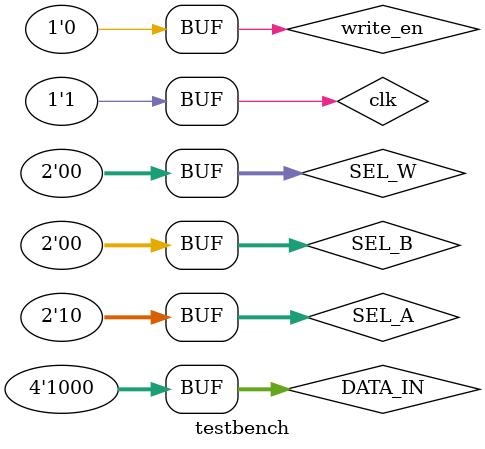
<source format=v>
`timescale 1 ns/1 ns	//time scale for simulation

module testbench;
   reg [1:0] SEL_A;
   reg [1:0] SEL_B;
   reg       write_en;
   reg [1:0] SEL_W;
   reg [3:0] DATA_IN;
   reg       clk;
   wire [3:0] OUT_A;
   wire [3:0] OUT_B;
   wire [3:0] Q3;
   wire [3:0] Q2;
   wire [3:0] Q1;
   wire [3:0] Q0;
   
   reg_file reg_file_0(.SEL_A(SEL_A), .SEL_B(SEL_B), .write_en(write_en), .SEL_W(SEL_W),
                       .DATA_IN(DATA_IN), .clk(clk), .OUT_A(OUT_A), .OUT_B(OUT_B),
                       .Q3(Q3), .Q2(Q2), .Q1(Q1), .Q0(Q0));

   initial begin
      $dumpfile("test.vcd");
      $dumpvars(0, testbench);

      // tests use one-hot values
      // test 0.0: write 4'b0001 to reg0, result in OUT_A
      DATA_IN = 4'b0001;
      SEL_W = 2'b00;
      SEL_A = 2'b00;
      SEL_B = 2'b00;
      write_en = 1;
      clk = 0;
      #35;
      clk = 1;
      #31;

      // test 0.1: write 4'b0001 to reg1, result in OUT_A (ignored)
      DATA_IN = 4'b0001;
      SEL_W = 2'b01;
      SEL_A = 2'b01;
      SEL_B = 2'b00;
      write_en = 0;
      clk = 0;
      #35;
      clk = 1;
      #31;
      
      // test 1.0: write 4'b0010 to reg1, result in OUT_B
      DATA_IN = 4'b0010;
      SEL_W = 2'b01;
      SEL_A = 2'b00;
      SEL_B = 2'b01;
      write_en = 1;
      clk = 0;
      #35;
      clk = 1;
      #31;

      // test 1.1: write 4'b0010 to reg2, result in OUT_B (ignored)
      DATA_IN = 4'b0010;
      SEL_W = 2'b10;
      SEL_A = 2'b00;
      SEL_B = 2'b10;
      write_en = 0;
      clk = 0;
      #35;
      clk = 1;
      #31;
      
      // test 2.0: write 4'b0100 to reg2, result in OUT_A
      DATA_IN = 4'b0100;
      SEL_W = 2'b10;
      SEL_A = 2'b10;
      SEL_B = 2'b01;
      write_en = 1;
      clk = 0;
      #35;
      clk = 1;
      #31;

      // test 2.1: write 4'b0100 to reg3, result in OUT_A (ignored)
      DATA_IN = 4'b0100;
      SEL_W = 2'b11;
      SEL_A = 2'b11;
      SEL_B = 2'b01;
      write_en = 0;
      clk = 0;
      #35;
      clk = 1;
      #31;
      
      // test 3.0: write 4'b1000 to reg3, result in OUT_B
      DATA_IN = 4'b1000;
      SEL_W = 2'b11;
      SEL_A = 2'b10;
      SEL_B = 2'b11;
      write_en = 1;
      clk = 0;
      #35;
      clk = 1;
      #31;
      
      // test 3.1: write 4'b1000 to reg0, result in OUT_B (ignored)
      DATA_IN = 4'b1000;
      SEL_W = 2'b00;
      SEL_A = 2'b10;
      SEL_B = 2'b00;
      write_en = 0;
      clk = 0;
      #35;
      clk = 1;
      #31;
   end
endmodule

</source>
